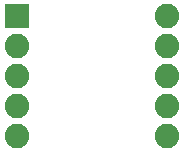
<source format=gbs>
G75*
%MOIN*%
%OFA0B0*%
%FSLAX24Y24*%
%IPPOS*%
%LPD*%
%AMOC8*
5,1,8,0,0,1.08239X$1,22.5*
%
%ADD10C,0.0820*%
%ADD11R,0.0820X0.0820*%
D10*
X000650Y000800D03*
X000650Y001800D03*
X000650Y002800D03*
X000650Y003800D03*
X005650Y003800D03*
X005650Y002800D03*
X005650Y001800D03*
X005650Y000800D03*
X005650Y004800D03*
D11*
X000650Y004800D03*
M02*

</source>
